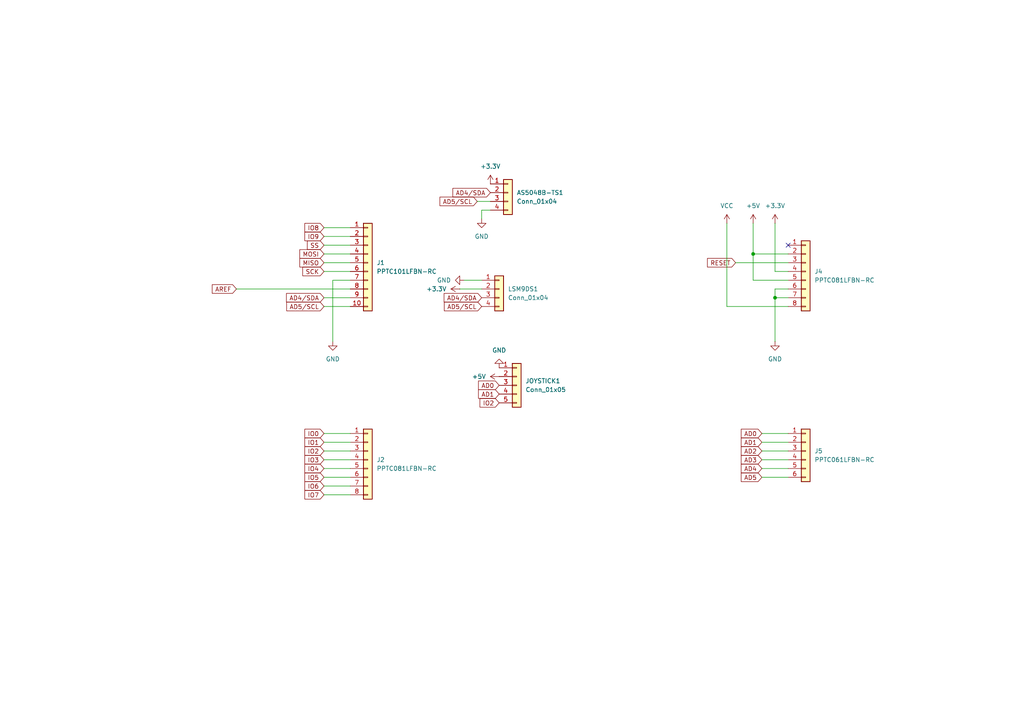
<source format=kicad_sch>
(kicad_sch
	(version 20231120)
	(generator "eeschema")
	(generator_version "8.0")
	(uuid "539cd73e-d739-4ad0-8bba-9c25b760b8f7")
	(paper "A4")
	(lib_symbols
		(symbol "Connector_Generic:Conn_01x04"
			(pin_names
				(offset 1.016) hide)
			(exclude_from_sim no)
			(in_bom yes)
			(on_board yes)
			(property "Reference" "J"
				(at 0 5.08 0)
				(effects
					(font
						(size 1.27 1.27)
					)
				)
			)
			(property "Value" "Conn_01x04"
				(at 0 -7.62 0)
				(effects
					(font
						(size 1.27 1.27)
					)
				)
			)
			(property "Footprint" ""
				(at 0 0 0)
				(effects
					(font
						(size 1.27 1.27)
					)
					(hide yes)
				)
			)
			(property "Datasheet" "~"
				(at 0 0 0)
				(effects
					(font
						(size 1.27 1.27)
					)
					(hide yes)
				)
			)
			(property "Description" "Generic connector, single row, 01x04, script generated (kicad-library-utils/schlib/autogen/connector/)"
				(at 0 0 0)
				(effects
					(font
						(size 1.27 1.27)
					)
					(hide yes)
				)
			)
			(property "ki_keywords" "connector"
				(at 0 0 0)
				(effects
					(font
						(size 1.27 1.27)
					)
					(hide yes)
				)
			)
			(property "ki_fp_filters" "Connector*:*_1x??_*"
				(at 0 0 0)
				(effects
					(font
						(size 1.27 1.27)
					)
					(hide yes)
				)
			)
			(symbol "Conn_01x04_1_1"
				(rectangle
					(start -1.27 -4.953)
					(end 0 -5.207)
					(stroke
						(width 0.1524)
						(type default)
					)
					(fill
						(type none)
					)
				)
				(rectangle
					(start -1.27 -2.413)
					(end 0 -2.667)
					(stroke
						(width 0.1524)
						(type default)
					)
					(fill
						(type none)
					)
				)
				(rectangle
					(start -1.27 0.127)
					(end 0 -0.127)
					(stroke
						(width 0.1524)
						(type default)
					)
					(fill
						(type none)
					)
				)
				(rectangle
					(start -1.27 2.667)
					(end 0 2.413)
					(stroke
						(width 0.1524)
						(type default)
					)
					(fill
						(type none)
					)
				)
				(rectangle
					(start -1.27 3.81)
					(end 1.27 -6.35)
					(stroke
						(width 0.254)
						(type default)
					)
					(fill
						(type background)
					)
				)
				(pin passive line
					(at -5.08 2.54 0)
					(length 3.81)
					(name "Pin_1"
						(effects
							(font
								(size 1.27 1.27)
							)
						)
					)
					(number "1"
						(effects
							(font
								(size 1.27 1.27)
							)
						)
					)
				)
				(pin passive line
					(at -5.08 0 0)
					(length 3.81)
					(name "Pin_2"
						(effects
							(font
								(size 1.27 1.27)
							)
						)
					)
					(number "2"
						(effects
							(font
								(size 1.27 1.27)
							)
						)
					)
				)
				(pin passive line
					(at -5.08 -2.54 0)
					(length 3.81)
					(name "Pin_3"
						(effects
							(font
								(size 1.27 1.27)
							)
						)
					)
					(number "3"
						(effects
							(font
								(size 1.27 1.27)
							)
						)
					)
				)
				(pin passive line
					(at -5.08 -5.08 0)
					(length 3.81)
					(name "Pin_4"
						(effects
							(font
								(size 1.27 1.27)
							)
						)
					)
					(number "4"
						(effects
							(font
								(size 1.27 1.27)
							)
						)
					)
				)
			)
		)
		(symbol "Connector_Generic:Conn_01x05"
			(pin_names
				(offset 1.016) hide)
			(exclude_from_sim no)
			(in_bom yes)
			(on_board yes)
			(property "Reference" "J"
				(at 0 7.62 0)
				(effects
					(font
						(size 1.27 1.27)
					)
				)
			)
			(property "Value" "Conn_01x05"
				(at 0 -7.62 0)
				(effects
					(font
						(size 1.27 1.27)
					)
				)
			)
			(property "Footprint" ""
				(at 0 0 0)
				(effects
					(font
						(size 1.27 1.27)
					)
					(hide yes)
				)
			)
			(property "Datasheet" "~"
				(at 0 0 0)
				(effects
					(font
						(size 1.27 1.27)
					)
					(hide yes)
				)
			)
			(property "Description" "Generic connector, single row, 01x05, script generated (kicad-library-utils/schlib/autogen/connector/)"
				(at 0 0 0)
				(effects
					(font
						(size 1.27 1.27)
					)
					(hide yes)
				)
			)
			(property "ki_keywords" "connector"
				(at 0 0 0)
				(effects
					(font
						(size 1.27 1.27)
					)
					(hide yes)
				)
			)
			(property "ki_fp_filters" "Connector*:*_1x??_*"
				(at 0 0 0)
				(effects
					(font
						(size 1.27 1.27)
					)
					(hide yes)
				)
			)
			(symbol "Conn_01x05_1_1"
				(rectangle
					(start -1.27 -4.953)
					(end 0 -5.207)
					(stroke
						(width 0.1524)
						(type default)
					)
					(fill
						(type none)
					)
				)
				(rectangle
					(start -1.27 -2.413)
					(end 0 -2.667)
					(stroke
						(width 0.1524)
						(type default)
					)
					(fill
						(type none)
					)
				)
				(rectangle
					(start -1.27 0.127)
					(end 0 -0.127)
					(stroke
						(width 0.1524)
						(type default)
					)
					(fill
						(type none)
					)
				)
				(rectangle
					(start -1.27 2.667)
					(end 0 2.413)
					(stroke
						(width 0.1524)
						(type default)
					)
					(fill
						(type none)
					)
				)
				(rectangle
					(start -1.27 5.207)
					(end 0 4.953)
					(stroke
						(width 0.1524)
						(type default)
					)
					(fill
						(type none)
					)
				)
				(rectangle
					(start -1.27 6.35)
					(end 1.27 -6.35)
					(stroke
						(width 0.254)
						(type default)
					)
					(fill
						(type background)
					)
				)
				(pin passive line
					(at -5.08 5.08 0)
					(length 3.81)
					(name "Pin_1"
						(effects
							(font
								(size 1.27 1.27)
							)
						)
					)
					(number "1"
						(effects
							(font
								(size 1.27 1.27)
							)
						)
					)
				)
				(pin passive line
					(at -5.08 2.54 0)
					(length 3.81)
					(name "Pin_2"
						(effects
							(font
								(size 1.27 1.27)
							)
						)
					)
					(number "2"
						(effects
							(font
								(size 1.27 1.27)
							)
						)
					)
				)
				(pin passive line
					(at -5.08 0 0)
					(length 3.81)
					(name "Pin_3"
						(effects
							(font
								(size 1.27 1.27)
							)
						)
					)
					(number "3"
						(effects
							(font
								(size 1.27 1.27)
							)
						)
					)
				)
				(pin passive line
					(at -5.08 -2.54 0)
					(length 3.81)
					(name "Pin_4"
						(effects
							(font
								(size 1.27 1.27)
							)
						)
					)
					(number "4"
						(effects
							(font
								(size 1.27 1.27)
							)
						)
					)
				)
				(pin passive line
					(at -5.08 -5.08 0)
					(length 3.81)
					(name "Pin_5"
						(effects
							(font
								(size 1.27 1.27)
							)
						)
					)
					(number "5"
						(effects
							(font
								(size 1.27 1.27)
							)
						)
					)
				)
			)
		)
		(symbol "Connector_Generic:Conn_01x06"
			(pin_names
				(offset 1.016) hide)
			(exclude_from_sim no)
			(in_bom yes)
			(on_board yes)
			(property "Reference" "J"
				(at 0 7.62 0)
				(effects
					(font
						(size 1.27 1.27)
					)
				)
			)
			(property "Value" "Conn_01x06"
				(at 0 -10.16 0)
				(effects
					(font
						(size 1.27 1.27)
					)
				)
			)
			(property "Footprint" ""
				(at 0 0 0)
				(effects
					(font
						(size 1.27 1.27)
					)
					(hide yes)
				)
			)
			(property "Datasheet" "~"
				(at 0 0 0)
				(effects
					(font
						(size 1.27 1.27)
					)
					(hide yes)
				)
			)
			(property "Description" "Generic connector, single row, 01x06, script generated (kicad-library-utils/schlib/autogen/connector/)"
				(at 0 0 0)
				(effects
					(font
						(size 1.27 1.27)
					)
					(hide yes)
				)
			)
			(property "ki_keywords" "connector"
				(at 0 0 0)
				(effects
					(font
						(size 1.27 1.27)
					)
					(hide yes)
				)
			)
			(property "ki_fp_filters" "Connector*:*_1x??_*"
				(at 0 0 0)
				(effects
					(font
						(size 1.27 1.27)
					)
					(hide yes)
				)
			)
			(symbol "Conn_01x06_1_1"
				(rectangle
					(start -1.27 -7.493)
					(end 0 -7.747)
					(stroke
						(width 0.1524)
						(type default)
					)
					(fill
						(type none)
					)
				)
				(rectangle
					(start -1.27 -4.953)
					(end 0 -5.207)
					(stroke
						(width 0.1524)
						(type default)
					)
					(fill
						(type none)
					)
				)
				(rectangle
					(start -1.27 -2.413)
					(end 0 -2.667)
					(stroke
						(width 0.1524)
						(type default)
					)
					(fill
						(type none)
					)
				)
				(rectangle
					(start -1.27 0.127)
					(end 0 -0.127)
					(stroke
						(width 0.1524)
						(type default)
					)
					(fill
						(type none)
					)
				)
				(rectangle
					(start -1.27 2.667)
					(end 0 2.413)
					(stroke
						(width 0.1524)
						(type default)
					)
					(fill
						(type none)
					)
				)
				(rectangle
					(start -1.27 5.207)
					(end 0 4.953)
					(stroke
						(width 0.1524)
						(type default)
					)
					(fill
						(type none)
					)
				)
				(rectangle
					(start -1.27 6.35)
					(end 1.27 -8.89)
					(stroke
						(width 0.254)
						(type default)
					)
					(fill
						(type background)
					)
				)
				(pin passive line
					(at -5.08 5.08 0)
					(length 3.81)
					(name "Pin_1"
						(effects
							(font
								(size 1.27 1.27)
							)
						)
					)
					(number "1"
						(effects
							(font
								(size 1.27 1.27)
							)
						)
					)
				)
				(pin passive line
					(at -5.08 2.54 0)
					(length 3.81)
					(name "Pin_2"
						(effects
							(font
								(size 1.27 1.27)
							)
						)
					)
					(number "2"
						(effects
							(font
								(size 1.27 1.27)
							)
						)
					)
				)
				(pin passive line
					(at -5.08 0 0)
					(length 3.81)
					(name "Pin_3"
						(effects
							(font
								(size 1.27 1.27)
							)
						)
					)
					(number "3"
						(effects
							(font
								(size 1.27 1.27)
							)
						)
					)
				)
				(pin passive line
					(at -5.08 -2.54 0)
					(length 3.81)
					(name "Pin_4"
						(effects
							(font
								(size 1.27 1.27)
							)
						)
					)
					(number "4"
						(effects
							(font
								(size 1.27 1.27)
							)
						)
					)
				)
				(pin passive line
					(at -5.08 -5.08 0)
					(length 3.81)
					(name "Pin_5"
						(effects
							(font
								(size 1.27 1.27)
							)
						)
					)
					(number "5"
						(effects
							(font
								(size 1.27 1.27)
							)
						)
					)
				)
				(pin passive line
					(at -5.08 -7.62 0)
					(length 3.81)
					(name "Pin_6"
						(effects
							(font
								(size 1.27 1.27)
							)
						)
					)
					(number "6"
						(effects
							(font
								(size 1.27 1.27)
							)
						)
					)
				)
			)
		)
		(symbol "Connector_Generic:Conn_01x08"
			(pin_names
				(offset 1.016) hide)
			(exclude_from_sim no)
			(in_bom yes)
			(on_board yes)
			(property "Reference" "J"
				(at 0 10.16 0)
				(effects
					(font
						(size 1.27 1.27)
					)
				)
			)
			(property "Value" "Conn_01x08"
				(at 0 -12.7 0)
				(effects
					(font
						(size 1.27 1.27)
					)
				)
			)
			(property "Footprint" ""
				(at 0 0 0)
				(effects
					(font
						(size 1.27 1.27)
					)
					(hide yes)
				)
			)
			(property "Datasheet" "~"
				(at 0 0 0)
				(effects
					(font
						(size 1.27 1.27)
					)
					(hide yes)
				)
			)
			(property "Description" "Generic connector, single row, 01x08, script generated (kicad-library-utils/schlib/autogen/connector/)"
				(at 0 0 0)
				(effects
					(font
						(size 1.27 1.27)
					)
					(hide yes)
				)
			)
			(property "ki_keywords" "connector"
				(at 0 0 0)
				(effects
					(font
						(size 1.27 1.27)
					)
					(hide yes)
				)
			)
			(property "ki_fp_filters" "Connector*:*_1x??_*"
				(at 0 0 0)
				(effects
					(font
						(size 1.27 1.27)
					)
					(hide yes)
				)
			)
			(symbol "Conn_01x08_1_1"
				(rectangle
					(start -1.27 -10.033)
					(end 0 -10.287)
					(stroke
						(width 0.1524)
						(type default)
					)
					(fill
						(type none)
					)
				)
				(rectangle
					(start -1.27 -7.493)
					(end 0 -7.747)
					(stroke
						(width 0.1524)
						(type default)
					)
					(fill
						(type none)
					)
				)
				(rectangle
					(start -1.27 -4.953)
					(end 0 -5.207)
					(stroke
						(width 0.1524)
						(type default)
					)
					(fill
						(type none)
					)
				)
				(rectangle
					(start -1.27 -2.413)
					(end 0 -2.667)
					(stroke
						(width 0.1524)
						(type default)
					)
					(fill
						(type none)
					)
				)
				(rectangle
					(start -1.27 0.127)
					(end 0 -0.127)
					(stroke
						(width 0.1524)
						(type default)
					)
					(fill
						(type none)
					)
				)
				(rectangle
					(start -1.27 2.667)
					(end 0 2.413)
					(stroke
						(width 0.1524)
						(type default)
					)
					(fill
						(type none)
					)
				)
				(rectangle
					(start -1.27 5.207)
					(end 0 4.953)
					(stroke
						(width 0.1524)
						(type default)
					)
					(fill
						(type none)
					)
				)
				(rectangle
					(start -1.27 7.747)
					(end 0 7.493)
					(stroke
						(width 0.1524)
						(type default)
					)
					(fill
						(type none)
					)
				)
				(rectangle
					(start -1.27 8.89)
					(end 1.27 -11.43)
					(stroke
						(width 0.254)
						(type default)
					)
					(fill
						(type background)
					)
				)
				(pin passive line
					(at -5.08 7.62 0)
					(length 3.81)
					(name "Pin_1"
						(effects
							(font
								(size 1.27 1.27)
							)
						)
					)
					(number "1"
						(effects
							(font
								(size 1.27 1.27)
							)
						)
					)
				)
				(pin passive line
					(at -5.08 5.08 0)
					(length 3.81)
					(name "Pin_2"
						(effects
							(font
								(size 1.27 1.27)
							)
						)
					)
					(number "2"
						(effects
							(font
								(size 1.27 1.27)
							)
						)
					)
				)
				(pin passive line
					(at -5.08 2.54 0)
					(length 3.81)
					(name "Pin_3"
						(effects
							(font
								(size 1.27 1.27)
							)
						)
					)
					(number "3"
						(effects
							(font
								(size 1.27 1.27)
							)
						)
					)
				)
				(pin passive line
					(at -5.08 0 0)
					(length 3.81)
					(name "Pin_4"
						(effects
							(font
								(size 1.27 1.27)
							)
						)
					)
					(number "4"
						(effects
							(font
								(size 1.27 1.27)
							)
						)
					)
				)
				(pin passive line
					(at -5.08 -2.54 0)
					(length 3.81)
					(name "Pin_5"
						(effects
							(font
								(size 1.27 1.27)
							)
						)
					)
					(number "5"
						(effects
							(font
								(size 1.27 1.27)
							)
						)
					)
				)
				(pin passive line
					(at -5.08 -5.08 0)
					(length 3.81)
					(name "Pin_6"
						(effects
							(font
								(size 1.27 1.27)
							)
						)
					)
					(number "6"
						(effects
							(font
								(size 1.27 1.27)
							)
						)
					)
				)
				(pin passive line
					(at -5.08 -7.62 0)
					(length 3.81)
					(name "Pin_7"
						(effects
							(font
								(size 1.27 1.27)
							)
						)
					)
					(number "7"
						(effects
							(font
								(size 1.27 1.27)
							)
						)
					)
				)
				(pin passive line
					(at -5.08 -10.16 0)
					(length 3.81)
					(name "Pin_8"
						(effects
							(font
								(size 1.27 1.27)
							)
						)
					)
					(number "8"
						(effects
							(font
								(size 1.27 1.27)
							)
						)
					)
				)
			)
		)
		(symbol "Connector_Generic:Conn_01x10"
			(pin_names
				(offset 1.016) hide)
			(exclude_from_sim no)
			(in_bom yes)
			(on_board yes)
			(property "Reference" "J"
				(at 0 12.7 0)
				(effects
					(font
						(size 1.27 1.27)
					)
				)
			)
			(property "Value" "Conn_01x10"
				(at 0 -15.24 0)
				(effects
					(font
						(size 1.27 1.27)
					)
				)
			)
			(property "Footprint" ""
				(at 0 0 0)
				(effects
					(font
						(size 1.27 1.27)
					)
					(hide yes)
				)
			)
			(property "Datasheet" "~"
				(at 0 0 0)
				(effects
					(font
						(size 1.27 1.27)
					)
					(hide yes)
				)
			)
			(property "Description" "Generic connector, single row, 01x10, script generated (kicad-library-utils/schlib/autogen/connector/)"
				(at 0 0 0)
				(effects
					(font
						(size 1.27 1.27)
					)
					(hide yes)
				)
			)
			(property "ki_keywords" "connector"
				(at 0 0 0)
				(effects
					(font
						(size 1.27 1.27)
					)
					(hide yes)
				)
			)
			(property "ki_fp_filters" "Connector*:*_1x??_*"
				(at 0 0 0)
				(effects
					(font
						(size 1.27 1.27)
					)
					(hide yes)
				)
			)
			(symbol "Conn_01x10_1_1"
				(rectangle
					(start -1.27 -12.573)
					(end 0 -12.827)
					(stroke
						(width 0.1524)
						(type default)
					)
					(fill
						(type none)
					)
				)
				(rectangle
					(start -1.27 -10.033)
					(end 0 -10.287)
					(stroke
						(width 0.1524)
						(type default)
					)
					(fill
						(type none)
					)
				)
				(rectangle
					(start -1.27 -7.493)
					(end 0 -7.747)
					(stroke
						(width 0.1524)
						(type default)
					)
					(fill
						(type none)
					)
				)
				(rectangle
					(start -1.27 -4.953)
					(end 0 -5.207)
					(stroke
						(width 0.1524)
						(type default)
					)
					(fill
						(type none)
					)
				)
				(rectangle
					(start -1.27 -2.413)
					(end 0 -2.667)
					(stroke
						(width 0.1524)
						(type default)
					)
					(fill
						(type none)
					)
				)
				(rectangle
					(start -1.27 0.127)
					(end 0 -0.127)
					(stroke
						(width 0.1524)
						(type default)
					)
					(fill
						(type none)
					)
				)
				(rectangle
					(start -1.27 2.667)
					(end 0 2.413)
					(stroke
						(width 0.1524)
						(type default)
					)
					(fill
						(type none)
					)
				)
				(rectangle
					(start -1.27 5.207)
					(end 0 4.953)
					(stroke
						(width 0.1524)
						(type default)
					)
					(fill
						(type none)
					)
				)
				(rectangle
					(start -1.27 7.747)
					(end 0 7.493)
					(stroke
						(width 0.1524)
						(type default)
					)
					(fill
						(type none)
					)
				)
				(rectangle
					(start -1.27 10.287)
					(end 0 10.033)
					(stroke
						(width 0.1524)
						(type default)
					)
					(fill
						(type none)
					)
				)
				(rectangle
					(start -1.27 11.43)
					(end 1.27 -13.97)
					(stroke
						(width 0.254)
						(type default)
					)
					(fill
						(type background)
					)
				)
				(pin passive line
					(at -5.08 10.16 0)
					(length 3.81)
					(name "Pin_1"
						(effects
							(font
								(size 1.27 1.27)
							)
						)
					)
					(number "1"
						(effects
							(font
								(size 1.27 1.27)
							)
						)
					)
				)
				(pin passive line
					(at -5.08 -12.7 0)
					(length 3.81)
					(name "Pin_10"
						(effects
							(font
								(size 1.27 1.27)
							)
						)
					)
					(number "10"
						(effects
							(font
								(size 1.27 1.27)
							)
						)
					)
				)
				(pin passive line
					(at -5.08 7.62 0)
					(length 3.81)
					(name "Pin_2"
						(effects
							(font
								(size 1.27 1.27)
							)
						)
					)
					(number "2"
						(effects
							(font
								(size 1.27 1.27)
							)
						)
					)
				)
				(pin passive line
					(at -5.08 5.08 0)
					(length 3.81)
					(name "Pin_3"
						(effects
							(font
								(size 1.27 1.27)
							)
						)
					)
					(number "3"
						(effects
							(font
								(size 1.27 1.27)
							)
						)
					)
				)
				(pin passive line
					(at -5.08 2.54 0)
					(length 3.81)
					(name "Pin_4"
						(effects
							(font
								(size 1.27 1.27)
							)
						)
					)
					(number "4"
						(effects
							(font
								(size 1.27 1.27)
							)
						)
					)
				)
				(pin passive line
					(at -5.08 0 0)
					(length 3.81)
					(name "Pin_5"
						(effects
							(font
								(size 1.27 1.27)
							)
						)
					)
					(number "5"
						(effects
							(font
								(size 1.27 1.27)
							)
						)
					)
				)
				(pin passive line
					(at -5.08 -2.54 0)
					(length 3.81)
					(name "Pin_6"
						(effects
							(font
								(size 1.27 1.27)
							)
						)
					)
					(number "6"
						(effects
							(font
								(size 1.27 1.27)
							)
						)
					)
				)
				(pin passive line
					(at -5.08 -5.08 0)
					(length 3.81)
					(name "Pin_7"
						(effects
							(font
								(size 1.27 1.27)
							)
						)
					)
					(number "7"
						(effects
							(font
								(size 1.27 1.27)
							)
						)
					)
				)
				(pin passive line
					(at -5.08 -7.62 0)
					(length 3.81)
					(name "Pin_8"
						(effects
							(font
								(size 1.27 1.27)
							)
						)
					)
					(number "8"
						(effects
							(font
								(size 1.27 1.27)
							)
						)
					)
				)
				(pin passive line
					(at -5.08 -10.16 0)
					(length 3.81)
					(name "Pin_9"
						(effects
							(font
								(size 1.27 1.27)
							)
						)
					)
					(number "9"
						(effects
							(font
								(size 1.27 1.27)
							)
						)
					)
				)
			)
		)
		(symbol "power:+3.3V"
			(power)
			(pin_numbers hide)
			(pin_names
				(offset 0) hide)
			(exclude_from_sim no)
			(in_bom yes)
			(on_board yes)
			(property "Reference" "#PWR"
				(at 0 -3.81 0)
				(effects
					(font
						(size 1.27 1.27)
					)
					(hide yes)
				)
			)
			(property "Value" "+3.3V"
				(at 0 3.556 0)
				(effects
					(font
						(size 1.27 1.27)
					)
				)
			)
			(property "Footprint" ""
				(at 0 0 0)
				(effects
					(font
						(size 1.27 1.27)
					)
					(hide yes)
				)
			)
			(property "Datasheet" ""
				(at 0 0 0)
				(effects
					(font
						(size 1.27 1.27)
					)
					(hide yes)
				)
			)
			(property "Description" "Power symbol creates a global label with name \"+3.3V\""
				(at 0 0 0)
				(effects
					(font
						(size 1.27 1.27)
					)
					(hide yes)
				)
			)
			(property "ki_keywords" "global power"
				(at 0 0 0)
				(effects
					(font
						(size 1.27 1.27)
					)
					(hide yes)
				)
			)
			(symbol "+3.3V_0_1"
				(polyline
					(pts
						(xy -0.762 1.27) (xy 0 2.54)
					)
					(stroke
						(width 0)
						(type default)
					)
					(fill
						(type none)
					)
				)
				(polyline
					(pts
						(xy 0 0) (xy 0 2.54)
					)
					(stroke
						(width 0)
						(type default)
					)
					(fill
						(type none)
					)
				)
				(polyline
					(pts
						(xy 0 2.54) (xy 0.762 1.27)
					)
					(stroke
						(width 0)
						(type default)
					)
					(fill
						(type none)
					)
				)
			)
			(symbol "+3.3V_1_1"
				(pin power_in line
					(at 0 0 90)
					(length 0)
					(name "~"
						(effects
							(font
								(size 1.27 1.27)
							)
						)
					)
					(number "1"
						(effects
							(font
								(size 1.27 1.27)
							)
						)
					)
				)
			)
		)
		(symbol "power:+5V"
			(power)
			(pin_numbers hide)
			(pin_names
				(offset 0) hide)
			(exclude_from_sim no)
			(in_bom yes)
			(on_board yes)
			(property "Reference" "#PWR"
				(at 0 -3.81 0)
				(effects
					(font
						(size 1.27 1.27)
					)
					(hide yes)
				)
			)
			(property "Value" "+5V"
				(at 0 3.556 0)
				(effects
					(font
						(size 1.27 1.27)
					)
				)
			)
			(property "Footprint" ""
				(at 0 0 0)
				(effects
					(font
						(size 1.27 1.27)
					)
					(hide yes)
				)
			)
			(property "Datasheet" ""
				(at 0 0 0)
				(effects
					(font
						(size 1.27 1.27)
					)
					(hide yes)
				)
			)
			(property "Description" "Power symbol creates a global label with name \"+5V\""
				(at 0 0 0)
				(effects
					(font
						(size 1.27 1.27)
					)
					(hide yes)
				)
			)
			(property "ki_keywords" "global power"
				(at 0 0 0)
				(effects
					(font
						(size 1.27 1.27)
					)
					(hide yes)
				)
			)
			(symbol "+5V_0_1"
				(polyline
					(pts
						(xy -0.762 1.27) (xy 0 2.54)
					)
					(stroke
						(width 0)
						(type default)
					)
					(fill
						(type none)
					)
				)
				(polyline
					(pts
						(xy 0 0) (xy 0 2.54)
					)
					(stroke
						(width 0)
						(type default)
					)
					(fill
						(type none)
					)
				)
				(polyline
					(pts
						(xy 0 2.54) (xy 0.762 1.27)
					)
					(stroke
						(width 0)
						(type default)
					)
					(fill
						(type none)
					)
				)
			)
			(symbol "+5V_1_1"
				(pin power_in line
					(at 0 0 90)
					(length 0)
					(name "~"
						(effects
							(font
								(size 1.27 1.27)
							)
						)
					)
					(number "1"
						(effects
							(font
								(size 1.27 1.27)
							)
						)
					)
				)
			)
		)
		(symbol "power:GND"
			(power)
			(pin_numbers hide)
			(pin_names
				(offset 0) hide)
			(exclude_from_sim no)
			(in_bom yes)
			(on_board yes)
			(property "Reference" "#PWR"
				(at 0 -6.35 0)
				(effects
					(font
						(size 1.27 1.27)
					)
					(hide yes)
				)
			)
			(property "Value" "GND"
				(at 0 -3.81 0)
				(effects
					(font
						(size 1.27 1.27)
					)
				)
			)
			(property "Footprint" ""
				(at 0 0 0)
				(effects
					(font
						(size 1.27 1.27)
					)
					(hide yes)
				)
			)
			(property "Datasheet" ""
				(at 0 0 0)
				(effects
					(font
						(size 1.27 1.27)
					)
					(hide yes)
				)
			)
			(property "Description" "Power symbol creates a global label with name \"GND\" , ground"
				(at 0 0 0)
				(effects
					(font
						(size 1.27 1.27)
					)
					(hide yes)
				)
			)
			(property "ki_keywords" "global power"
				(at 0 0 0)
				(effects
					(font
						(size 1.27 1.27)
					)
					(hide yes)
				)
			)
			(symbol "GND_0_1"
				(polyline
					(pts
						(xy 0 0) (xy 0 -1.27) (xy 1.27 -1.27) (xy 0 -2.54) (xy -1.27 -1.27) (xy 0 -1.27)
					)
					(stroke
						(width 0)
						(type default)
					)
					(fill
						(type none)
					)
				)
			)
			(symbol "GND_1_1"
				(pin power_in line
					(at 0 0 270)
					(length 0)
					(name "~"
						(effects
							(font
								(size 1.27 1.27)
							)
						)
					)
					(number "1"
						(effects
							(font
								(size 1.27 1.27)
							)
						)
					)
				)
			)
		)
		(symbol "power:VCC"
			(power)
			(pin_numbers hide)
			(pin_names
				(offset 0) hide)
			(exclude_from_sim no)
			(in_bom yes)
			(on_board yes)
			(property "Reference" "#PWR"
				(at 0 -3.81 0)
				(effects
					(font
						(size 1.27 1.27)
					)
					(hide yes)
				)
			)
			(property "Value" "VCC"
				(at 0 3.556 0)
				(effects
					(font
						(size 1.27 1.27)
					)
				)
			)
			(property "Footprint" ""
				(at 0 0 0)
				(effects
					(font
						(size 1.27 1.27)
					)
					(hide yes)
				)
			)
			(property "Datasheet" ""
				(at 0 0 0)
				(effects
					(font
						(size 1.27 1.27)
					)
					(hide yes)
				)
			)
			(property "Description" "Power symbol creates a global label with name \"VCC\""
				(at 0 0 0)
				(effects
					(font
						(size 1.27 1.27)
					)
					(hide yes)
				)
			)
			(property "ki_keywords" "global power"
				(at 0 0 0)
				(effects
					(font
						(size 1.27 1.27)
					)
					(hide yes)
				)
			)
			(symbol "VCC_0_1"
				(polyline
					(pts
						(xy -0.762 1.27) (xy 0 2.54)
					)
					(stroke
						(width 0)
						(type default)
					)
					(fill
						(type none)
					)
				)
				(polyline
					(pts
						(xy 0 0) (xy 0 2.54)
					)
					(stroke
						(width 0)
						(type default)
					)
					(fill
						(type none)
					)
				)
				(polyline
					(pts
						(xy 0 2.54) (xy 0.762 1.27)
					)
					(stroke
						(width 0)
						(type default)
					)
					(fill
						(type none)
					)
				)
			)
			(symbol "VCC_1_1"
				(pin power_in line
					(at 0 0 90)
					(length 0)
					(name "~"
						(effects
							(font
								(size 1.27 1.27)
							)
						)
					)
					(number "1"
						(effects
							(font
								(size 1.27 1.27)
							)
						)
					)
				)
			)
		)
	)
	(junction
		(at 224.79 86.36)
		(diameter 0)
		(color 0 0 0 0)
		(uuid "a0cecb9b-ba26-4cee-a2d2-afc447f3555b")
	)
	(junction
		(at 218.44 73.66)
		(diameter 0)
		(color 0 0 0 0)
		(uuid "dfa3d9e9-a6fc-4a9e-9f3b-ea72372fad04")
	)
	(no_connect
		(at 228.6 71.12)
		(uuid "4092eb77-db79-4d08-bb10-0718283d1601")
	)
	(wire
		(pts
			(xy 224.79 86.36) (xy 228.6 86.36)
		)
		(stroke
			(width 0)
			(type default)
		)
		(uuid "04dfcde4-1912-4573-a4ba-e66cae34208c")
	)
	(wire
		(pts
			(xy 218.44 64.77) (xy 218.44 73.66)
		)
		(stroke
			(width 0)
			(type default)
		)
		(uuid "058df0f8-09a0-4c9e-8b57-406824c3eee0")
	)
	(wire
		(pts
			(xy 134.62 81.28) (xy 139.7 81.28)
		)
		(stroke
			(width 0)
			(type default)
		)
		(uuid "06851e9b-611d-4e4c-9133-e0362ac7c23e")
	)
	(wire
		(pts
			(xy 93.98 73.66) (xy 101.6 73.66)
		)
		(stroke
			(width 0)
			(type default)
		)
		(uuid "104a3b79-7e3f-4271-a821-c9b18bd87250")
	)
	(wire
		(pts
			(xy 220.98 138.43) (xy 228.6 138.43)
		)
		(stroke
			(width 0)
			(type default)
		)
		(uuid "1e06964b-2821-4aca-a17a-5e205944ce62")
	)
	(wire
		(pts
			(xy 93.98 130.81) (xy 101.6 130.81)
		)
		(stroke
			(width 0)
			(type default)
		)
		(uuid "30455824-38e6-422d-ab02-4779ebc65d95")
	)
	(wire
		(pts
			(xy 220.98 135.89) (xy 228.6 135.89)
		)
		(stroke
			(width 0)
			(type default)
		)
		(uuid "31cc98cc-87c3-4302-bd7a-e735762aa68e")
	)
	(wire
		(pts
			(xy 93.98 125.73) (xy 101.6 125.73)
		)
		(stroke
			(width 0)
			(type default)
		)
		(uuid "32d32583-d869-4bd1-9cae-516a5145f829")
	)
	(wire
		(pts
			(xy 93.98 140.97) (xy 101.6 140.97)
		)
		(stroke
			(width 0)
			(type default)
		)
		(uuid "353df761-ffdc-4080-8d01-cb36a23216e0")
	)
	(wire
		(pts
			(xy 220.98 125.73) (xy 228.6 125.73)
		)
		(stroke
			(width 0)
			(type default)
		)
		(uuid "3ac838af-389c-4228-b61d-9a888beccae7")
	)
	(wire
		(pts
			(xy 93.98 78.74) (xy 101.6 78.74)
		)
		(stroke
			(width 0)
			(type default)
		)
		(uuid "3e82e241-cc16-4114-955f-412e27a7b9a0")
	)
	(wire
		(pts
			(xy 210.82 64.77) (xy 210.82 88.9)
		)
		(stroke
			(width 0)
			(type default)
		)
		(uuid "3fad6677-810f-4a85-8e0a-d1f6ed34634e")
	)
	(wire
		(pts
			(xy 220.98 130.81) (xy 228.6 130.81)
		)
		(stroke
			(width 0)
			(type default)
		)
		(uuid "41bddbc2-6e90-4397-af7e-25ce18f24129")
	)
	(wire
		(pts
			(xy 228.6 81.28) (xy 218.44 81.28)
		)
		(stroke
			(width 0)
			(type default)
		)
		(uuid "43157710-1d51-467c-9bc2-ee5a68cd52bc")
	)
	(wire
		(pts
			(xy 218.44 73.66) (xy 228.6 73.66)
		)
		(stroke
			(width 0)
			(type default)
		)
		(uuid "444bd902-bfd2-4cbf-a79b-da3122768d78")
	)
	(wire
		(pts
			(xy 218.44 81.28) (xy 218.44 73.66)
		)
		(stroke
			(width 0)
			(type default)
		)
		(uuid "4b95222b-5159-4ad9-a965-05dc79b0ea7c")
	)
	(wire
		(pts
			(xy 138.43 58.42) (xy 142.24 58.42)
		)
		(stroke
			(width 0)
			(type default)
		)
		(uuid "50ff75ce-38ca-48df-ad06-f6c7f00e7061")
	)
	(wire
		(pts
			(xy 93.98 143.51) (xy 101.6 143.51)
		)
		(stroke
			(width 0)
			(type default)
		)
		(uuid "52703bd3-7620-4963-ba5b-3df880a4ba2c")
	)
	(wire
		(pts
			(xy 93.98 71.12) (xy 101.6 71.12)
		)
		(stroke
			(width 0)
			(type default)
		)
		(uuid "5848d526-64c4-484c-9692-f38548d61f0c")
	)
	(wire
		(pts
			(xy 93.98 133.35) (xy 101.6 133.35)
		)
		(stroke
			(width 0)
			(type default)
		)
		(uuid "58d4c85e-98de-4a1b-b139-2a3e15f65446")
	)
	(wire
		(pts
			(xy 133.35 83.82) (xy 139.7 83.82)
		)
		(stroke
			(width 0)
			(type default)
		)
		(uuid "667c464b-cc10-4bb5-a498-93a61337eb19")
	)
	(wire
		(pts
			(xy 93.98 138.43) (xy 101.6 138.43)
		)
		(stroke
			(width 0)
			(type default)
		)
		(uuid "6cbd21c2-93ef-44cc-ba0a-3e84ad379aa3")
	)
	(wire
		(pts
			(xy 139.7 60.96) (xy 139.7 63.5)
		)
		(stroke
			(width 0)
			(type default)
		)
		(uuid "77d29a62-ab08-4800-bc36-706cf6eff561")
	)
	(wire
		(pts
			(xy 96.52 81.28) (xy 101.6 81.28)
		)
		(stroke
			(width 0)
			(type default)
		)
		(uuid "7ad16540-bab9-49c2-aadf-f8fd1bbdc033")
	)
	(wire
		(pts
			(xy 68.58 83.82) (xy 101.6 83.82)
		)
		(stroke
			(width 0)
			(type default)
		)
		(uuid "8b33906f-a8ec-442b-9dc1-2da3570c0030")
	)
	(wire
		(pts
			(xy 224.79 86.36) (xy 224.79 83.82)
		)
		(stroke
			(width 0)
			(type default)
		)
		(uuid "90855977-7da6-4519-a086-2b027e7b28d6")
	)
	(wire
		(pts
			(xy 93.98 68.58) (xy 101.6 68.58)
		)
		(stroke
			(width 0)
			(type default)
		)
		(uuid "945714a4-5973-4261-a39a-c85944206bf2")
	)
	(wire
		(pts
			(xy 93.98 86.36) (xy 101.6 86.36)
		)
		(stroke
			(width 0)
			(type default)
		)
		(uuid "adb65c12-ded3-45aa-91b9-aadf67568766")
	)
	(wire
		(pts
			(xy 142.24 60.96) (xy 139.7 60.96)
		)
		(stroke
			(width 0)
			(type default)
		)
		(uuid "b0273ba3-0a56-4423-82e4-8df696134bd8")
	)
	(wire
		(pts
			(xy 213.36 76.2) (xy 228.6 76.2)
		)
		(stroke
			(width 0)
			(type default)
		)
		(uuid "b93bc77a-63af-4b74-ad06-774d11b778a9")
	)
	(wire
		(pts
			(xy 96.52 81.28) (xy 96.52 99.06)
		)
		(stroke
			(width 0)
			(type default)
		)
		(uuid "c051345f-59c3-465c-9459-eac2751eef7b")
	)
	(wire
		(pts
			(xy 224.79 99.06) (xy 224.79 86.36)
		)
		(stroke
			(width 0)
			(type default)
		)
		(uuid "c4450537-63df-4295-8307-1f53dfb87626")
	)
	(wire
		(pts
			(xy 93.98 88.9) (xy 101.6 88.9)
		)
		(stroke
			(width 0)
			(type default)
		)
		(uuid "c99c431b-5997-4bb3-ba58-ef912eb20769")
	)
	(wire
		(pts
			(xy 93.98 128.27) (xy 101.6 128.27)
		)
		(stroke
			(width 0)
			(type default)
		)
		(uuid "cb943eba-36b4-4b54-b8fa-145379b7d861")
	)
	(wire
		(pts
			(xy 210.82 88.9) (xy 228.6 88.9)
		)
		(stroke
			(width 0)
			(type default)
		)
		(uuid "d68dc1d5-9d43-422f-88c7-4f6b2d5fe245")
	)
	(wire
		(pts
			(xy 93.98 135.89) (xy 101.6 135.89)
		)
		(stroke
			(width 0)
			(type default)
		)
		(uuid "d86adcce-193d-47a9-b799-4d7a0b3bd653")
	)
	(wire
		(pts
			(xy 93.98 66.04) (xy 101.6 66.04)
		)
		(stroke
			(width 0)
			(type default)
		)
		(uuid "dafaae79-5fdb-4a4b-b25d-ac0ecfa5d5ad")
	)
	(wire
		(pts
			(xy 224.79 78.74) (xy 228.6 78.74)
		)
		(stroke
			(width 0)
			(type default)
		)
		(uuid "de129955-9ebb-4c5c-94e6-565c97d76aaa")
	)
	(wire
		(pts
			(xy 224.79 83.82) (xy 228.6 83.82)
		)
		(stroke
			(width 0)
			(type default)
		)
		(uuid "e72782e1-deb7-442c-b88c-4501313f8270")
	)
	(wire
		(pts
			(xy 93.98 76.2) (xy 101.6 76.2)
		)
		(stroke
			(width 0)
			(type default)
		)
		(uuid "e824191f-b35c-4c0c-86ff-4d8ad6f37abd")
	)
	(wire
		(pts
			(xy 220.98 133.35) (xy 228.6 133.35)
		)
		(stroke
			(width 0)
			(type default)
		)
		(uuid "e916401a-0cba-429a-855e-461062b0d601")
	)
	(wire
		(pts
			(xy 220.98 128.27) (xy 228.6 128.27)
		)
		(stroke
			(width 0)
			(type default)
		)
		(uuid "edf32ddc-0cc1-4647-b8c1-1e9d3b63eca2")
	)
	(wire
		(pts
			(xy 224.79 64.77) (xy 224.79 78.74)
		)
		(stroke
			(width 0)
			(type default)
		)
		(uuid "f1dd4099-bfc7-49a3-8f64-2cebd038db0e")
	)
	(global_label "IO7"
		(shape input)
		(at 93.98 143.51 180)
		(fields_autoplaced yes)
		(effects
			(font
				(size 1.27 1.27)
			)
			(justify right)
		)
		(uuid "24e961d9-b1eb-4c98-bed8-50107ec04d9f")
		(property "Intersheetrefs" "${INTERSHEET_REFS}"
			(at 87.85 143.51 0)
			(effects
				(font
					(size 1.27 1.27)
				)
				(justify right)
				(hide yes)
			)
		)
	)
	(global_label "AREF"
		(shape input)
		(at 68.58 83.82 180)
		(fields_autoplaced yes)
		(effects
			(font
				(size 1.27 1.27)
			)
			(justify right)
		)
		(uuid "41aabe78-a938-4b34-bc1a-220fd8613b1f")
		(property "Intersheetrefs" "${INTERSHEET_REFS}"
			(at 60.9986 83.82 0)
			(effects
				(font
					(size 1.27 1.27)
				)
				(justify right)
				(hide yes)
			)
		)
	)
	(global_label "RESET"
		(shape input)
		(at 213.36 76.2 180)
		(fields_autoplaced yes)
		(effects
			(font
				(size 1.27 1.27)
			)
			(justify right)
		)
		(uuid "44faa8d1-20cf-49b4-8f29-f17f53abe6bf")
		(property "Intersheetrefs" "${INTERSHEET_REFS}"
			(at 204.6297 76.2 0)
			(effects
				(font
					(size 1.27 1.27)
				)
				(justify right)
				(hide yes)
			)
		)
	)
	(global_label "AD2"
		(shape input)
		(at 220.98 130.81 180)
		(fields_autoplaced yes)
		(effects
			(font
				(size 1.27 1.27)
			)
			(justify right)
		)
		(uuid "5b63e76a-ebde-45c3-b3f2-f81dd71ec15c")
		(property "Intersheetrefs" "${INTERSHEET_REFS}"
			(at 214.4267 130.81 0)
			(effects
				(font
					(size 1.27 1.27)
				)
				(justify right)
				(hide yes)
			)
		)
	)
	(global_label "IO1"
		(shape input)
		(at 93.98 128.27 180)
		(fields_autoplaced yes)
		(effects
			(font
				(size 1.27 1.27)
			)
			(justify right)
		)
		(uuid "621197bf-16d7-4ee2-bdcf-029f24409115")
		(property "Intersheetrefs" "${INTERSHEET_REFS}"
			(at 87.85 128.27 0)
			(effects
				(font
					(size 1.27 1.27)
				)
				(justify right)
				(hide yes)
			)
		)
	)
	(global_label "AD0"
		(shape input)
		(at 144.78 111.76 180)
		(fields_autoplaced yes)
		(effects
			(font
				(size 1.27 1.27)
			)
			(justify right)
		)
		(uuid "62d8d53f-f001-40d3-8a4d-97884f971cab")
		(property "Intersheetrefs" "${INTERSHEET_REFS}"
			(at 138.2267 111.76 0)
			(effects
				(font
					(size 1.27 1.27)
				)
				(justify right)
				(hide yes)
			)
		)
	)
	(global_label "AD3"
		(shape input)
		(at 220.98 133.35 180)
		(fields_autoplaced yes)
		(effects
			(font
				(size 1.27 1.27)
			)
			(justify right)
		)
		(uuid "6745d190-1903-4ff2-93be-d0bd076638d4")
		(property "Intersheetrefs" "${INTERSHEET_REFS}"
			(at 214.4267 133.35 0)
			(effects
				(font
					(size 1.27 1.27)
				)
				(justify right)
				(hide yes)
			)
		)
	)
	(global_label "AD5{slash}SCL"
		(shape input)
		(at 138.43 58.42 180)
		(fields_autoplaced yes)
		(effects
			(font
				(size 1.27 1.27)
			)
			(justify right)
		)
		(uuid "6eaba45e-d94e-41f3-8d0d-7fde1dc24267")
		(property "Intersheetrefs" "${INTERSHEET_REFS}"
			(at 127.0386 58.42 0)
			(effects
				(font
					(size 1.27 1.27)
				)
				(justify right)
				(hide yes)
			)
		)
	)
	(global_label "AD1"
		(shape input)
		(at 144.78 114.3 180)
		(fields_autoplaced yes)
		(effects
			(font
				(size 1.27 1.27)
			)
			(justify right)
		)
		(uuid "734a1de3-006d-4521-b5de-e97477164a84")
		(property "Intersheetrefs" "${INTERSHEET_REFS}"
			(at 138.2267 114.3 0)
			(effects
				(font
					(size 1.27 1.27)
				)
				(justify right)
				(hide yes)
			)
		)
	)
	(global_label "MISO"
		(shape input)
		(at 93.98 76.2 180)
		(fields_autoplaced yes)
		(effects
			(font
				(size 1.27 1.27)
			)
			(justify right)
		)
		(uuid "840e6e93-4f79-48c1-b18a-f31553d744bb")
		(property "Intersheetrefs" "${INTERSHEET_REFS}"
			(at 86.3986 76.2 0)
			(effects
				(font
					(size 1.27 1.27)
				)
				(justify right)
				(hide yes)
			)
		)
	)
	(global_label "IO2"
		(shape input)
		(at 93.98 130.81 180)
		(fields_autoplaced yes)
		(effects
			(font
				(size 1.27 1.27)
			)
			(justify right)
		)
		(uuid "909c328d-cb90-452b-9624-2abc2f9450df")
		(property "Intersheetrefs" "${INTERSHEET_REFS}"
			(at 87.85 130.81 0)
			(effects
				(font
					(size 1.27 1.27)
				)
				(justify right)
				(hide yes)
			)
		)
	)
	(global_label "IO9"
		(shape input)
		(at 93.98 68.58 180)
		(fields_autoplaced yes)
		(effects
			(font
				(size 1.27 1.27)
			)
			(justify right)
		)
		(uuid "944bad27-b3bc-45a9-992c-bde171f92aec")
		(property "Intersheetrefs" "${INTERSHEET_REFS}"
			(at 87.85 68.58 0)
			(effects
				(font
					(size 1.27 1.27)
				)
				(justify right)
				(hide yes)
			)
		)
	)
	(global_label "IO5"
		(shape input)
		(at 93.98 138.43 180)
		(fields_autoplaced yes)
		(effects
			(font
				(size 1.27 1.27)
			)
			(justify right)
		)
		(uuid "99b7a120-9fca-4d60-b21c-97cd05278b40")
		(property "Intersheetrefs" "${INTERSHEET_REFS}"
			(at 87.85 138.43 0)
			(effects
				(font
					(size 1.27 1.27)
				)
				(justify right)
				(hide yes)
			)
		)
	)
	(global_label "AD4{slash}SDA"
		(shape input)
		(at 93.98 86.36 180)
		(fields_autoplaced yes)
		(effects
			(font
				(size 1.27 1.27)
			)
			(justify right)
		)
		(uuid "abbc09c0-601a-40f7-a274-5c2a3ef0b955")
		(property "Intersheetrefs" "${INTERSHEET_REFS}"
			(at 82.5281 86.36 0)
			(effects
				(font
					(size 1.27 1.27)
				)
				(justify right)
				(hide yes)
			)
		)
	)
	(global_label "IO8"
		(shape input)
		(at 93.98 66.04 180)
		(fields_autoplaced yes)
		(effects
			(font
				(size 1.27 1.27)
			)
			(justify right)
		)
		(uuid "b22c9645-c08f-4c40-98c4-72d61cb7fb1c")
		(property "Intersheetrefs" "${INTERSHEET_REFS}"
			(at 87.85 66.04 0)
			(effects
				(font
					(size 1.27 1.27)
				)
				(justify right)
				(hide yes)
			)
		)
	)
	(global_label "IO2"
		(shape input)
		(at 144.78 116.84 180)
		(fields_autoplaced yes)
		(effects
			(font
				(size 1.27 1.27)
			)
			(justify right)
		)
		(uuid "b5abdd88-4ee0-4117-8a7a-05112d2d5581")
		(property "Intersheetrefs" "${INTERSHEET_REFS}"
			(at 138.65 116.84 0)
			(effects
				(font
					(size 1.27 1.27)
				)
				(justify right)
				(hide yes)
			)
		)
	)
	(global_label "AD5{slash}SCL"
		(shape input)
		(at 93.98 88.9 180)
		(fields_autoplaced yes)
		(effects
			(font
				(size 1.27 1.27)
			)
			(justify right)
		)
		(uuid "bcf59b52-2aaa-456e-bbf6-2c9f3a941a16")
		(property "Intersheetrefs" "${INTERSHEET_REFS}"
			(at 82.5886 88.9 0)
			(effects
				(font
					(size 1.27 1.27)
				)
				(justify right)
				(hide yes)
			)
		)
	)
	(global_label "IO4"
		(shape input)
		(at 93.98 135.89 180)
		(fields_autoplaced yes)
		(effects
			(font
				(size 1.27 1.27)
			)
			(justify right)
		)
		(uuid "c073a94a-147a-4ca6-9f1d-3bf12c67f9c3")
		(property "Intersheetrefs" "${INTERSHEET_REFS}"
			(at 87.85 135.89 0)
			(effects
				(font
					(size 1.27 1.27)
				)
				(justify right)
				(hide yes)
			)
		)
	)
	(global_label "SS"
		(shape input)
		(at 93.98 71.12 180)
		(fields_autoplaced yes)
		(effects
			(font
				(size 1.27 1.27)
			)
			(justify right)
		)
		(uuid "c23808e8-de18-4fe4-abaa-9d146f26eb30")
		(property "Intersheetrefs" "${INTERSHEET_REFS}"
			(at 88.5758 71.12 0)
			(effects
				(font
					(size 1.27 1.27)
				)
				(justify right)
				(hide yes)
			)
		)
	)
	(global_label "AD5"
		(shape input)
		(at 220.98 138.43 180)
		(fields_autoplaced yes)
		(effects
			(font
				(size 1.27 1.27)
			)
			(justify right)
		)
		(uuid "c60ce75f-ac2a-444d-9332-8079695796d1")
		(property "Intersheetrefs" "${INTERSHEET_REFS}"
			(at 214.4267 138.43 0)
			(effects
				(font
					(size 1.27 1.27)
				)
				(justify right)
				(hide yes)
			)
		)
	)
	(global_label "SCK"
		(shape input)
		(at 93.98 78.74 180)
		(fields_autoplaced yes)
		(effects
			(font
				(size 1.27 1.27)
			)
			(justify right)
		)
		(uuid "c96bbbe7-b869-41a7-b599-35c2126d7453")
		(property "Intersheetrefs" "${INTERSHEET_REFS}"
			(at 87.2453 78.74 0)
			(effects
				(font
					(size 1.27 1.27)
				)
				(justify right)
				(hide yes)
			)
		)
	)
	(global_label "IO0"
		(shape input)
		(at 93.98 125.73 180)
		(fields_autoplaced yes)
		(effects
			(font
				(size 1.27 1.27)
			)
			(justify right)
		)
		(uuid "cae4c37d-29d6-4291-a362-362df34f8598")
		(property "Intersheetrefs" "${INTERSHEET_REFS}"
			(at 87.85 125.73 0)
			(effects
				(font
					(size 1.27 1.27)
				)
				(justify right)
				(hide yes)
			)
		)
	)
	(global_label "AD4"
		(shape input)
		(at 220.98 135.89 180)
		(fields_autoplaced yes)
		(effects
			(font
				(size 1.27 1.27)
			)
			(justify right)
		)
		(uuid "cbc5b584-e3e6-47cf-a187-ee650b56634d")
		(property "Intersheetrefs" "${INTERSHEET_REFS}"
			(at 214.4267 135.89 0)
			(effects
				(font
					(size 1.27 1.27)
				)
				(justify right)
				(hide yes)
			)
		)
	)
	(global_label "AD4{slash}SDA"
		(shape input)
		(at 142.24 55.88 180)
		(fields_autoplaced yes)
		(effects
			(font
				(size 1.27 1.27)
			)
			(justify right)
		)
		(uuid "d021ac9e-d342-4a22-9f6e-b339bb618752")
		(property "Intersheetrefs" "${INTERSHEET_REFS}"
			(at 130.7881 55.88 0)
			(effects
				(font
					(size 1.27 1.27)
				)
				(justify right)
				(hide yes)
			)
		)
	)
	(global_label "AD0"
		(shape input)
		(at 220.98 125.73 180)
		(fields_autoplaced yes)
		(effects
			(font
				(size 1.27 1.27)
			)
			(justify right)
		)
		(uuid "d14228a4-b373-4c0c-abb3-48af55899e77")
		(property "Intersheetrefs" "${INTERSHEET_REFS}"
			(at 214.4267 125.73 0)
			(effects
				(font
					(size 1.27 1.27)
				)
				(justify right)
				(hide yes)
			)
		)
	)
	(global_label "AD4{slash}SDA"
		(shape input)
		(at 139.7 86.36 180)
		(fields_autoplaced yes)
		(effects
			(font
				(size 1.27 1.27)
			)
			(justify right)
		)
		(uuid "e22899eb-d4ce-4e7c-bcfb-999edce9773e")
		(property "Intersheetrefs" "${INTERSHEET_REFS}"
			(at 128.2481 86.36 0)
			(effects
				(font
					(size 1.27 1.27)
				)
				(justify right)
				(hide yes)
			)
		)
	)
	(global_label "AD5{slash}SCL"
		(shape input)
		(at 139.7 88.9 180)
		(fields_autoplaced yes)
		(effects
			(font
				(size 1.27 1.27)
			)
			(justify right)
		)
		(uuid "e66837df-f73d-4918-9abc-0f9739a3bd74")
		(property "Intersheetrefs" "${INTERSHEET_REFS}"
			(at 128.3086 88.9 0)
			(effects
				(font
					(size 1.27 1.27)
				)
				(justify right)
				(hide yes)
			)
		)
	)
	(global_label "MOSI"
		(shape input)
		(at 93.98 73.66 180)
		(fields_autoplaced yes)
		(effects
			(font
				(size 1.27 1.27)
			)
			(justify right)
		)
		(uuid "f5cc8121-19d1-4d11-8537-78a4a3044b9b")
		(property "Intersheetrefs" "${INTERSHEET_REFS}"
			(at 86.3986 73.66 0)
			(effects
				(font
					(size 1.27 1.27)
				)
				(justify right)
				(hide yes)
			)
		)
	)
	(global_label "IO6"
		(shape input)
		(at 93.98 140.97 180)
		(fields_autoplaced yes)
		(effects
			(font
				(size 1.27 1.27)
			)
			(justify right)
		)
		(uuid "f6c01237-abfa-494d-a97a-df8ca7af5a0f")
		(property "Intersheetrefs" "${INTERSHEET_REFS}"
			(at 87.85 140.97 0)
			(effects
				(font
					(size 1.27 1.27)
				)
				(justify right)
				(hide yes)
			)
		)
	)
	(global_label "IO3"
		(shape input)
		(at 93.98 133.35 180)
		(fields_autoplaced yes)
		(effects
			(font
				(size 1.27 1.27)
			)
			(justify right)
		)
		(uuid "fc868132-41b6-4388-a2eb-f3a16fea49e9")
		(property "Intersheetrefs" "${INTERSHEET_REFS}"
			(at 87.85 133.35 0)
			(effects
				(font
					(size 1.27 1.27)
				)
				(justify right)
				(hide yes)
			)
		)
	)
	(global_label "AD1"
		(shape input)
		(at 220.98 128.27 180)
		(fields_autoplaced yes)
		(effects
			(font
				(size 1.27 1.27)
			)
			(justify right)
		)
		(uuid "fe3c4ff6-2cb5-41a1-972e-9b4dd0f0b3df")
		(property "Intersheetrefs" "${INTERSHEET_REFS}"
			(at 214.4267 128.27 0)
			(effects
				(font
					(size 1.27 1.27)
				)
				(justify right)
				(hide yes)
			)
		)
	)
	(symbol
		(lib_id "power:GND")
		(at 134.62 81.28 270)
		(unit 1)
		(exclude_from_sim no)
		(in_bom yes)
		(on_board yes)
		(dnp no)
		(fields_autoplaced yes)
		(uuid "031ba921-95bb-4a58-ad2f-133b0d04f258")
		(property "Reference" "#PWR04"
			(at 128.27 81.28 0)
			(effects
				(font
					(size 1.27 1.27)
				)
				(hide yes)
			)
		)
		(property "Value" "GND"
			(at 130.81 81.2799 90)
			(effects
				(font
					(size 1.27 1.27)
				)
				(justify right)
			)
		)
		(property "Footprint" ""
			(at 134.62 81.28 0)
			(effects
				(font
					(size 1.27 1.27)
				)
				(hide yes)
			)
		)
		(property "Datasheet" ""
			(at 134.62 81.28 0)
			(effects
				(font
					(size 1.27 1.27)
				)
				(hide yes)
			)
		)
		(property "Description" "Power symbol creates a global label with name \"GND\" , ground"
			(at 134.62 81.28 0)
			(effects
				(font
					(size 1.27 1.27)
				)
				(hide yes)
			)
		)
		(pin "1"
			(uuid "c7dda29c-1c34-43a4-b1b6-9730029a8c00")
		)
		(instances
			(project "PROJETPCB"
				(path "/539cd73e-d739-4ad0-8bba-9c25b760b8f7"
					(reference "#PWR04")
					(unit 1)
				)
			)
		)
	)
	(symbol
		(lib_id "power:VCC")
		(at 210.82 64.77 0)
		(unit 1)
		(exclude_from_sim no)
		(in_bom yes)
		(on_board yes)
		(dnp no)
		(fields_autoplaced yes)
		(uuid "15ebb663-9249-4efe-b336-0717965ab1b9")
		(property "Reference" "#PWR09"
			(at 210.82 68.58 0)
			(effects
				(font
					(size 1.27 1.27)
				)
				(hide yes)
			)
		)
		(property "Value" "VCC"
			(at 210.82 59.69 0)
			(effects
				(font
					(size 1.27 1.27)
				)
			)
		)
		(property "Footprint" ""
			(at 210.82 64.77 0)
			(effects
				(font
					(size 1.27 1.27)
				)
				(hide yes)
			)
		)
		(property "Datasheet" ""
			(at 210.82 64.77 0)
			(effects
				(font
					(size 1.27 1.27)
				)
				(hide yes)
			)
		)
		(property "Description" "Power symbol creates a global label with name \"VCC\""
			(at 210.82 64.77 0)
			(effects
				(font
					(size 1.27 1.27)
				)
				(hide yes)
			)
		)
		(pin "1"
			(uuid "67efc955-8b86-410c-943d-14b9a5e3b055")
		)
		(instances
			(project "PROJETPCB"
				(path "/539cd73e-d739-4ad0-8bba-9c25b760b8f7"
					(reference "#PWR09")
					(unit 1)
				)
			)
		)
	)
	(symbol
		(lib_id "power:+3.3V")
		(at 133.35 83.82 90)
		(unit 1)
		(exclude_from_sim no)
		(in_bom yes)
		(on_board yes)
		(dnp no)
		(fields_autoplaced yes)
		(uuid "188c6798-d39b-404d-b459-1d7b16063c65")
		(property "Reference" "#PWR05"
			(at 137.16 83.82 0)
			(effects
				(font
					(size 1.27 1.27)
				)
				(hide yes)
			)
		)
		(property "Value" "+3.3V"
			(at 129.54 83.8199 90)
			(effects
				(font
					(size 1.27 1.27)
				)
				(justify left)
			)
		)
		(property "Footprint" ""
			(at 133.35 83.82 0)
			(effects
				(font
					(size 1.27 1.27)
				)
				(hide yes)
			)
		)
		(property "Datasheet" ""
			(at 133.35 83.82 0)
			(effects
				(font
					(size 1.27 1.27)
				)
				(hide yes)
			)
		)
		(property "Description" "Power symbol creates a global label with name \"+3.3V\""
			(at 133.35 83.82 0)
			(effects
				(font
					(size 1.27 1.27)
				)
				(hide yes)
			)
		)
		(pin "1"
			(uuid "6b59cc08-73c6-4db7-9e99-be7e67d83cfe")
		)
		(instances
			(project "PROJETPCB"
				(path "/539cd73e-d739-4ad0-8bba-9c25b760b8f7"
					(reference "#PWR05")
					(unit 1)
				)
			)
		)
	)
	(symbol
		(lib_id "power:+3.3V")
		(at 224.79 64.77 0)
		(unit 1)
		(exclude_from_sim no)
		(in_bom yes)
		(on_board yes)
		(dnp no)
		(fields_autoplaced yes)
		(uuid "30b6fa3c-ea5e-43bc-bee6-a3104b80d56d")
		(property "Reference" "#PWR011"
			(at 224.79 68.58 0)
			(effects
				(font
					(size 1.27 1.27)
				)
				(hide yes)
			)
		)
		(property "Value" "+3.3V"
			(at 224.79 59.69 0)
			(effects
				(font
					(size 1.27 1.27)
				)
			)
		)
		(property "Footprint" ""
			(at 224.79 64.77 0)
			(effects
				(font
					(size 1.27 1.27)
				)
				(hide yes)
			)
		)
		(property "Datasheet" ""
			(at 224.79 64.77 0)
			(effects
				(font
					(size 1.27 1.27)
				)
				(hide yes)
			)
		)
		(property "Description" "Power symbol creates a global label with name \"+3.3V\""
			(at 224.79 64.77 0)
			(effects
				(font
					(size 1.27 1.27)
				)
				(hide yes)
			)
		)
		(pin "1"
			(uuid "9d61d128-fd93-4fe2-9648-6e808a83779f")
		)
		(instances
			(project "PROJETPCB"
				(path "/539cd73e-d739-4ad0-8bba-9c25b760b8f7"
					(reference "#PWR011")
					(unit 1)
				)
			)
		)
	)
	(symbol
		(lib_id "Connector_Generic:Conn_01x08")
		(at 233.68 78.74 0)
		(unit 1)
		(exclude_from_sim no)
		(in_bom yes)
		(on_board yes)
		(dnp no)
		(fields_autoplaced yes)
		(uuid "3541cc84-0313-4146-b357-b6be447ceace")
		(property "Reference" "J4"
			(at 236.22 78.7399 0)
			(effects
				(font
					(size 1.27 1.27)
				)
				(justify left)
			)
		)
		(property "Value" "PPTC081LFBN-RC"
			(at 236.22 81.2799 0)
			(effects
				(font
					(size 1.27 1.27)
				)
				(justify left)
			)
		)
		(property "Footprint" "Connector_PinSocket_2.54mm:PinSocket_1x08_P2.54mm_Vertical"
			(at 233.68 78.74 0)
			(effects
				(font
					(size 1.27 1.27)
				)
				(hide yes)
			)
		)
		(property "Datasheet" "~"
			(at 233.68 78.74 0)
			(effects
				(font
					(size 1.27 1.27)
				)
				(hide yes)
			)
		)
		(property "Description" "Generic connector, single row, 01x08, script generated (kicad-library-utils/schlib/autogen/connector/)"
			(at 233.68 78.74 0)
			(effects
				(font
					(size 1.27 1.27)
				)
				(hide yes)
			)
		)
		(pin "4"
			(uuid "ab08f15f-22a8-48a4-ade9-0118020de526")
		)
		(pin "3"
			(uuid "c6aa272f-c129-44ce-8dd4-fed1ccd0445d")
		)
		(pin "5"
			(uuid "e8921bdb-68be-4692-85ae-0c9bb8821a7e")
		)
		(pin "7"
			(uuid "937566c0-da0b-4f2f-8bc0-9264eff1b26e")
		)
		(pin "8"
			(uuid "7204b639-383a-4a77-8b5f-39ccd05280ff")
		)
		(pin "2"
			(uuid "637985a6-8038-42c7-9f1f-37b0d0b18a95")
		)
		(pin "1"
			(uuid "a4b71b22-a9eb-4c3c-a0b8-cc8438b0c812")
		)
		(pin "6"
			(uuid "869d22a7-9e42-4524-99ad-d7bda0c3d55f")
		)
		(instances
			(project "PROJETPCB"
				(path "/539cd73e-d739-4ad0-8bba-9c25b760b8f7"
					(reference "J4")
					(unit 1)
				)
			)
		)
	)
	(symbol
		(lib_id "Connector_Generic:Conn_01x04")
		(at 147.32 55.88 0)
		(unit 1)
		(exclude_from_sim no)
		(in_bom yes)
		(on_board yes)
		(dnp no)
		(fields_autoplaced yes)
		(uuid "4d171c1f-076e-4ccd-b0a8-1ee05974fe4d")
		(property "Reference" "AS5048B-TS1"
			(at 149.86 55.8799 0)
			(effects
				(font
					(size 1.27 1.27)
				)
				(justify left)
			)
		)
		(property "Value" "Conn_01x04"
			(at 149.86 58.4199 0)
			(effects
				(font
					(size 1.27 1.27)
				)
				(justify left)
			)
		)
		(property "Footprint" "Connector_JST:JST_XA_B04B-XASK-1_1x04_P2.50mm_Vertical"
			(at 147.32 55.88 0)
			(effects
				(font
					(size 1.27 1.27)
				)
				(hide yes)
			)
		)
		(property "Datasheet" "~"
			(at 147.32 55.88 0)
			(effects
				(font
					(size 1.27 1.27)
				)
				(hide yes)
			)
		)
		(property "Description" "Generic connector, single row, 01x04, script generated (kicad-library-utils/schlib/autogen/connector/)"
			(at 147.32 55.88 0)
			(effects
				(font
					(size 1.27 1.27)
				)
				(hide yes)
			)
		)
		(pin "2"
			(uuid "917ba4ca-bd3a-4739-aae6-4521b9e6ae38")
		)
		(pin "4"
			(uuid "081a4bfb-5923-48e7-bf27-a087bc27faf6")
		)
		(pin "1"
			(uuid "5f10059f-22e9-4c04-a2dc-fdac06f02f0b")
		)
		(pin "3"
			(uuid "c49488e6-cb94-4ef7-8109-ccbffee4522a")
		)
		(instances
			(project "PROJETPCB"
				(path "/539cd73e-d739-4ad0-8bba-9c25b760b8f7"
					(reference "AS5048B-TS1")
					(unit 1)
				)
			)
		)
	)
	(symbol
		(lib_id "Connector_Generic:Conn_01x08")
		(at 106.68 133.35 0)
		(unit 1)
		(exclude_from_sim no)
		(in_bom yes)
		(on_board yes)
		(dnp no)
		(fields_autoplaced yes)
		(uuid "522260e5-c9b1-48ad-9b42-1bbd120e5ad8")
		(property "Reference" "J2"
			(at 109.22 133.3499 0)
			(effects
				(font
					(size 1.27 1.27)
				)
				(justify left)
			)
		)
		(property "Value" "PPTC081LFBN-RC"
			(at 109.22 135.8899 0)
			(effects
				(font
					(size 1.27 1.27)
				)
				(justify left)
			)
		)
		(property "Footprint" "Connector_PinSocket_2.54mm:PinSocket_1x08_P2.54mm_Vertical"
			(at 106.68 133.35 0)
			(effects
				(font
					(size 1.27 1.27)
				)
				(hide yes)
			)
		)
		(property "Datasheet" "~"
			(at 106.68 133.35 0)
			(effects
				(font
					(size 1.27 1.27)
				)
				(hide yes)
			)
		)
		(property "Description" "Generic connector, single row, 01x08, script generated (kicad-library-utils/schlib/autogen/connector/)"
			(at 106.68 133.35 0)
			(effects
				(font
					(size 1.27 1.27)
				)
				(hide yes)
			)
		)
		(pin "4"
			(uuid "29df8dbb-1c2e-4861-a91a-b7223f613985")
		)
		(pin "3"
			(uuid "d1f703d9-a2e2-4e31-b4d0-9bb72ba12e76")
		)
		(pin "5"
			(uuid "44eb5d8c-0cf8-4e6f-ad99-e699cce06b3f")
		)
		(pin "7"
			(uuid "d3d0bfe7-b6e8-4465-9c38-cc92c56f9e47")
		)
		(pin "8"
			(uuid "5fa77169-0a52-42e0-b549-f22ba457fe2a")
		)
		(pin "2"
			(uuid "c58dd2c6-a138-47f2-9447-b013e06521bf")
		)
		(pin "1"
			(uuid "17b251db-91f9-4e9f-ab19-488ab8725c98")
		)
		(pin "6"
			(uuid "43e8c782-f0e1-4eee-9a77-2052e7e09785")
		)
		(instances
			(project "PROJETPCB"
				(path "/539cd73e-d739-4ad0-8bba-9c25b760b8f7"
					(reference "J2")
					(unit 1)
				)
			)
		)
	)
	(symbol
		(lib_id "power:GND")
		(at 144.78 106.68 180)
		(unit 1)
		(exclude_from_sim no)
		(in_bom yes)
		(on_board yes)
		(dnp no)
		(fields_autoplaced yes)
		(uuid "6bcfb1d2-e8ec-48bb-b27d-c9c936ea14cf")
		(property "Reference" "#PWR07"
			(at 144.78 100.33 0)
			(effects
				(font
					(size 1.27 1.27)
				)
				(hide yes)
			)
		)
		(property "Value" "GND"
			(at 144.78 101.6 0)
			(effects
				(font
					(size 1.27 1.27)
				)
			)
		)
		(property "Footprint" ""
			(at 144.78 106.68 0)
			(effects
				(font
					(size 1.27 1.27)
				)
				(hide yes)
			)
		)
		(property "Datasheet" ""
			(at 144.78 106.68 0)
			(effects
				(font
					(size 1.27 1.27)
				)
				(hide yes)
			)
		)
		(property "Description" "Power symbol creates a global label with name \"GND\" , ground"
			(at 144.78 106.68 0)
			(effects
				(font
					(size 1.27 1.27)
				)
				(hide yes)
			)
		)
		(pin "1"
			(uuid "9c42f7a5-5d82-43fb-9c6f-0fe25e69d90f")
		)
		(instances
			(project "PROJETPCB"
				(path "/539cd73e-d739-4ad0-8bba-9c25b760b8f7"
					(reference "#PWR07")
					(unit 1)
				)
			)
		)
	)
	(symbol
		(lib_id "Connector_Generic:Conn_01x05")
		(at 149.86 111.76 0)
		(unit 1)
		(exclude_from_sim no)
		(in_bom yes)
		(on_board yes)
		(dnp no)
		(fields_autoplaced yes)
		(uuid "7de81a09-5dcf-44ef-b96a-aafdbb945e27")
		(property "Reference" "JOYSTICK1"
			(at 152.4 110.4899 0)
			(effects
				(font
					(size 1.27 1.27)
				)
				(justify left)
			)
		)
		(property "Value" "Conn_01x05"
			(at 152.4 113.0299 0)
			(effects
				(font
					(size 1.27 1.27)
				)
				(justify left)
			)
		)
		(property "Footprint" "Connector_JST:JST_EH_S5B-EH_1x05_P2.50mm_Horizontal"
			(at 149.86 111.76 0)
			(effects
				(font
					(size 1.27 1.27)
				)
				(hide yes)
			)
		)
		(property "Datasheet" "~"
			(at 149.86 111.76 0)
			(effects
				(font
					(size 1.27 1.27)
				)
				(hide yes)
			)
		)
		(property "Description" "Generic connector, single row, 01x05, script generated (kicad-library-utils/schlib/autogen/connector/)"
			(at 149.86 111.76 0)
			(effects
				(font
					(size 1.27 1.27)
				)
				(hide yes)
			)
		)
		(pin "3"
			(uuid "c3d7fefa-6522-4361-8290-8c529685bf83")
		)
		(pin "4"
			(uuid "59fbe1de-05a2-49ec-b47c-173c397532da")
		)
		(pin "1"
			(uuid "2534e99e-8c96-4518-a638-6daff88afed7")
		)
		(pin "2"
			(uuid "14da02ab-9d72-4f09-8384-02b83be1b67f")
		)
		(pin "5"
			(uuid "7bebefaf-944f-4a41-ba51-a1e03c20f4b2")
		)
		(instances
			(project "PROJETPCB"
				(path "/539cd73e-d739-4ad0-8bba-9c25b760b8f7"
					(reference "JOYSTICK1")
					(unit 1)
				)
			)
		)
	)
	(symbol
		(lib_id "power:GND")
		(at 139.7 63.5 0)
		(unit 1)
		(exclude_from_sim no)
		(in_bom yes)
		(on_board yes)
		(dnp no)
		(fields_autoplaced yes)
		(uuid "7ffccd84-a5ae-49b7-82f0-3f64c93ab1ab")
		(property "Reference" "#PWR03"
			(at 139.7 69.85 0)
			(effects
				(font
					(size 1.27 1.27)
				)
				(hide yes)
			)
		)
		(property "Value" "GND"
			(at 139.7 68.58 0)
			(effects
				(font
					(size 1.27 1.27)
				)
			)
		)
		(property "Footprint" ""
			(at 139.7 63.5 0)
			(effects
				(font
					(size 1.27 1.27)
				)
				(hide yes)
			)
		)
		(property "Datasheet" ""
			(at 139.7 63.5 0)
			(effects
				(font
					(size 1.27 1.27)
				)
				(hide yes)
			)
		)
		(property "Description" "Power symbol creates a global label with name \"GND\" , ground"
			(at 139.7 63.5 0)
			(effects
				(font
					(size 1.27 1.27)
				)
				(hide yes)
			)
		)
		(pin "1"
			(uuid "f4b873f1-3445-465b-b0fa-b13466740b96")
		)
		(instances
			(project "PROJETPCB"
				(path "/539cd73e-d739-4ad0-8bba-9c25b760b8f7"
					(reference "#PWR03")
					(unit 1)
				)
			)
		)
	)
	(symbol
		(lib_id "Connector_Generic:Conn_01x06")
		(at 233.68 130.81 0)
		(unit 1)
		(exclude_from_sim no)
		(in_bom yes)
		(on_board yes)
		(dnp no)
		(fields_autoplaced yes)
		(uuid "836bfa7a-1269-4694-aff7-1f9d08156935")
		(property "Reference" "J5"
			(at 236.22 130.8099 0)
			(effects
				(font
					(size 1.27 1.27)
				)
				(justify left)
			)
		)
		(property "Value" "PPTC061LFBN-RC"
			(at 236.22 133.3499 0)
			(effects
				(font
					(size 1.27 1.27)
				)
				(justify left)
			)
		)
		(property "Footprint" "Connector_PinSocket_2.54mm:PinSocket_1x06_P2.54mm_Vertical"
			(at 233.68 130.81 0)
			(effects
				(font
					(size 1.27 1.27)
				)
				(hide yes)
			)
		)
		(property "Datasheet" "~"
			(at 233.68 130.81 0)
			(effects
				(font
					(size 1.27 1.27)
				)
				(hide yes)
			)
		)
		(property "Description" "Generic connector, single row, 01x06, script generated (kicad-library-utils/schlib/autogen/connector/)"
			(at 233.68 130.81 0)
			(effects
				(font
					(size 1.27 1.27)
				)
				(hide yes)
			)
		)
		(pin "3"
			(uuid "0edcecf2-5e58-44f7-9569-410416a6aa3d")
		)
		(pin "2"
			(uuid "b4f4633e-4542-4aae-81ab-ce5b474a20f0")
		)
		(pin "1"
			(uuid "22c98bb9-c4ff-4e1d-918a-797e51cf9caa")
		)
		(pin "4"
			(uuid "963bd730-bd39-40ec-a13f-4408459bd245")
		)
		(pin "5"
			(uuid "ced4038a-e545-41b1-94f1-06531d99fc9c")
		)
		(pin "6"
			(uuid "d23c97c6-b38f-4bf7-9f8f-76b244aa068e")
		)
		(instances
			(project "PROJETPCB"
				(path "/539cd73e-d739-4ad0-8bba-9c25b760b8f7"
					(reference "J5")
					(unit 1)
				)
			)
		)
	)
	(symbol
		(lib_id "power:+3.3V")
		(at 142.24 53.34 0)
		(unit 1)
		(exclude_from_sim no)
		(in_bom yes)
		(on_board yes)
		(dnp no)
		(fields_autoplaced yes)
		(uuid "8efacc06-010c-43c7-bfea-7054fb9d1e6c")
		(property "Reference" "#PWR06"
			(at 142.24 57.15 0)
			(effects
				(font
					(size 1.27 1.27)
				)
				(hide yes)
			)
		)
		(property "Value" "+3.3V"
			(at 142.24 48.26 0)
			(effects
				(font
					(size 1.27 1.27)
				)
			)
		)
		(property "Footprint" ""
			(at 142.24 53.34 0)
			(effects
				(font
					(size 1.27 1.27)
				)
				(hide yes)
			)
		)
		(property "Datasheet" ""
			(at 142.24 53.34 0)
			(effects
				(font
					(size 1.27 1.27)
				)
				(hide yes)
			)
		)
		(property "Description" "Power symbol creates a global label with name \"+3.3V\""
			(at 142.24 53.34 0)
			(effects
				(font
					(size 1.27 1.27)
				)
				(hide yes)
			)
		)
		(pin "1"
			(uuid "5706f9df-0021-45c8-95be-2274425a11da")
		)
		(instances
			(project "PROJETPCB"
				(path "/539cd73e-d739-4ad0-8bba-9c25b760b8f7"
					(reference "#PWR06")
					(unit 1)
				)
			)
		)
	)
	(symbol
		(lib_id "power:+5V")
		(at 218.44 64.77 0)
		(unit 1)
		(exclude_from_sim no)
		(in_bom yes)
		(on_board yes)
		(dnp no)
		(fields_autoplaced yes)
		(uuid "8f8a9a4f-d656-42b9-b6b0-fd4b2e21df35")
		(property "Reference" "#PWR010"
			(at 218.44 68.58 0)
			(effects
				(font
					(size 1.27 1.27)
				)
				(hide yes)
			)
		)
		(property "Value" "+5V"
			(at 218.44 59.69 0)
			(effects
				(font
					(size 1.27 1.27)
				)
			)
		)
		(property "Footprint" ""
			(at 218.44 64.77 0)
			(effects
				(font
					(size 1.27 1.27)
				)
				(hide yes)
			)
		)
		(property "Datasheet" ""
			(at 218.44 64.77 0)
			(effects
				(font
					(size 1.27 1.27)
				)
				(hide yes)
			)
		)
		(property "Description" "Power symbol creates a global label with name \"+5V\""
			(at 218.44 64.77 0)
			(effects
				(font
					(size 1.27 1.27)
				)
				(hide yes)
			)
		)
		(pin "1"
			(uuid "572470f3-72a7-444b-9bf9-35b608d6fe7c")
		)
		(instances
			(project "PROJETPCB"
				(path "/539cd73e-d739-4ad0-8bba-9c25b760b8f7"
					(reference "#PWR010")
					(unit 1)
				)
			)
		)
	)
	(symbol
		(lib_id "power:GND")
		(at 224.79 99.06 0)
		(unit 1)
		(exclude_from_sim no)
		(in_bom yes)
		(on_board yes)
		(dnp no)
		(fields_autoplaced yes)
		(uuid "9184deca-89fe-4718-89ac-a5f32d30fce2")
		(property "Reference" "#PWR012"
			(at 224.79 105.41 0)
			(effects
				(font
					(size 1.27 1.27)
				)
				(hide yes)
			)
		)
		(property "Value" "GND"
			(at 224.79 104.14 0)
			(effects
				(font
					(size 1.27 1.27)
				)
			)
		)
		(property "Footprint" ""
			(at 224.79 99.06 0)
			(effects
				(font
					(size 1.27 1.27)
				)
				(hide yes)
			)
		)
		(property "Datasheet" ""
			(at 224.79 99.06 0)
			(effects
				(font
					(size 1.27 1.27)
				)
				(hide yes)
			)
		)
		(property "Description" "Power symbol creates a global label with name \"GND\" , ground"
			(at 224.79 99.06 0)
			(effects
				(font
					(size 1.27 1.27)
				)
				(hide yes)
			)
		)
		(pin "1"
			(uuid "817419fc-9e9f-4709-aa49-b57689d03889")
		)
		(instances
			(project "PROJETPCB"
				(path "/539cd73e-d739-4ad0-8bba-9c25b760b8f7"
					(reference "#PWR012")
					(unit 1)
				)
			)
		)
	)
	(symbol
		(lib_id "power:+5V")
		(at 144.78 109.22 90)
		(unit 1)
		(exclude_from_sim no)
		(in_bom yes)
		(on_board yes)
		(dnp no)
		(fields_autoplaced yes)
		(uuid "ac596eb7-9c12-4d3c-aefd-8bb590135da2")
		(property "Reference" "#PWR08"
			(at 148.59 109.22 0)
			(effects
				(font
					(size 1.27 1.27)
				)
				(hide yes)
			)
		)
		(property "Value" "+5V"
			(at 140.97 109.2199 90)
			(effects
				(font
					(size 1.27 1.27)
				)
				(justify left)
			)
		)
		(property "Footprint" ""
			(at 144.78 109.22 0)
			(effects
				(font
					(size 1.27 1.27)
				)
				(hide yes)
			)
		)
		(property "Datasheet" ""
			(at 144.78 109.22 0)
			(effects
				(font
					(size 1.27 1.27)
				)
				(hide yes)
			)
		)
		(property "Description" "Power symbol creates a global label with name \"+5V\""
			(at 144.78 109.22 0)
			(effects
				(font
					(size 1.27 1.27)
				)
				(hide yes)
			)
		)
		(pin "1"
			(uuid "d2a9844b-3202-4b4f-9363-e69d964421ec")
		)
		(instances
			(project "PROJETPCB"
				(path "/539cd73e-d739-4ad0-8bba-9c25b760b8f7"
					(reference "#PWR08")
					(unit 1)
				)
			)
		)
	)
	(symbol
		(lib_id "power:GND")
		(at 96.52 99.06 0)
		(unit 1)
		(exclude_from_sim no)
		(in_bom yes)
		(on_board yes)
		(dnp no)
		(fields_autoplaced yes)
		(uuid "b951a8bf-96ca-40b1-bec3-a419bb67140c")
		(property "Reference" "#PWR02"
			(at 96.52 105.41 0)
			(effects
				(font
					(size 1.27 1.27)
				)
				(hide yes)
			)
		)
		(property "Value" "GND"
			(at 96.52 104.14 0)
			(effects
				(font
					(size 1.27 1.27)
				)
			)
		)
		(property "Footprint" ""
			(at 96.52 99.06 0)
			(effects
				(font
					(size 1.27 1.27)
				)
				(hide yes)
			)
		)
		(property "Datasheet" ""
			(at 96.52 99.06 0)
			(effects
				(font
					(size 1.27 1.27)
				)
				(hide yes)
			)
		)
		(property "Description" "Power symbol creates a global label with name \"GND\" , ground"
			(at 96.52 99.06 0)
			(effects
				(font
					(size 1.27 1.27)
				)
				(hide yes)
			)
		)
		(pin "1"
			(uuid "66d0ea81-40fe-4b55-a526-cd7df54bf2c1")
		)
		(instances
			(project "PROJETPCB"
				(path "/539cd73e-d739-4ad0-8bba-9c25b760b8f7"
					(reference "#PWR02")
					(unit 1)
				)
			)
		)
	)
	(symbol
		(lib_id "Connector_Generic:Conn_01x10")
		(at 106.68 76.2 0)
		(unit 1)
		(exclude_from_sim no)
		(in_bom yes)
		(on_board yes)
		(dnp no)
		(fields_autoplaced yes)
		(uuid "d723d5c8-13b1-4fc9-9918-0ffdb6e77da7")
		(property "Reference" "J1"
			(at 109.22 76.1999 0)
			(effects
				(font
					(size 1.27 1.27)
				)
				(justify left)
			)
		)
		(property "Value" "PPTC101LFBN-RC"
			(at 109.22 78.7399 0)
			(effects
				(font
					(size 1.27 1.27)
				)
				(justify left)
			)
		)
		(property "Footprint" "Connector_PinSocket_2.54mm:PinSocket_1x10_P2.54mm_Vertical"
			(at 106.68 76.2 0)
			(effects
				(font
					(size 1.27 1.27)
				)
				(hide yes)
			)
		)
		(property "Datasheet" "~"
			(at 106.68 76.2 0)
			(effects
				(font
					(size 1.27 1.27)
				)
				(hide yes)
			)
		)
		(property "Description" "Generic connector, single row, 01x10, script generated (kicad-library-utils/schlib/autogen/connector/)"
			(at 106.68 76.2 0)
			(effects
				(font
					(size 1.27 1.27)
				)
				(hide yes)
			)
		)
		(pin "3"
			(uuid "1704bb22-dd4c-42d1-9720-305de828c66a")
		)
		(pin "6"
			(uuid "97101f48-3af9-477c-b31c-4af6f071076d")
		)
		(pin "2"
			(uuid "f3956273-c4af-447b-b65e-bcc0248fd2a0")
		)
		(pin "4"
			(uuid "b08ece6c-9449-4ade-8b24-e4214d9485b2")
		)
		(pin "10"
			(uuid "d549a57d-3d46-4ae1-955d-5568171cd848")
		)
		(pin "5"
			(uuid "87306945-208d-4f54-8258-cee72fd766bd")
		)
		(pin "7"
			(uuid "8c6bec47-acf9-4463-9ac1-77e4dae9e677")
		)
		(pin "8"
			(uuid "01559a25-360e-4fad-a5ad-f594bcfb7d5e")
		)
		(pin "9"
			(uuid "82726688-b805-4f94-988b-0e84388a02a0")
		)
		(pin "1"
			(uuid "f9e853a0-7009-407a-af8f-dd1833ac3622")
		)
		(instances
			(project "PROJETPCB"
				(path "/539cd73e-d739-4ad0-8bba-9c25b760b8f7"
					(reference "J1")
					(unit 1)
				)
			)
		)
	)
	(symbol
		(lib_id "Connector_Generic:Conn_01x04")
		(at 144.78 83.82 0)
		(unit 1)
		(exclude_from_sim no)
		(in_bom yes)
		(on_board yes)
		(dnp no)
		(fields_autoplaced yes)
		(uuid "f3368564-3fee-4c29-bab7-31af7215bbee")
		(property "Reference" "LSM9DS1"
			(at 147.32 83.8199 0)
			(effects
				(font
					(size 1.27 1.27)
				)
				(justify left)
			)
		)
		(property "Value" "Conn_01x04"
			(at 147.32 86.3599 0)
			(effects
				(font
					(size 1.27 1.27)
				)
				(justify left)
			)
		)
		(property "Footprint" "Connector_JST:JST_XA_B04B-XASK-1_1x04_P2.50mm_Vertical"
			(at 144.78 83.82 0)
			(effects
				(font
					(size 1.27 1.27)
				)
				(hide yes)
			)
		)
		(property "Datasheet" "~"
			(at 144.78 83.82 0)
			(effects
				(font
					(size 1.27 1.27)
				)
				(hide yes)
			)
		)
		(property "Description" "Generic connector, single row, 01x04, script generated (kicad-library-utils/schlib/autogen/connector/)"
			(at 144.78 83.82 0)
			(effects
				(font
					(size 1.27 1.27)
				)
				(hide yes)
			)
		)
		(pin "2"
			(uuid "9637642d-b649-4da4-9cd4-bcd0d9697d2f")
		)
		(pin "4"
			(uuid "a7bf3646-495c-4125-b0ef-ea1e89309f3f")
		)
		(pin "1"
			(uuid "b4bcf94c-1722-4d8b-91ad-94f302a657cb")
		)
		(pin "3"
			(uuid "c0b4cef4-7af5-4a84-94bd-419a860d3e53")
		)
		(instances
			(project "PROJETPCB"
				(path "/539cd73e-d739-4ad0-8bba-9c25b760b8f7"
					(reference "LSM9DS1")
					(unit 1)
				)
			)
		)
	)
	(sheet_instances
		(path "/"
			(page "1")
		)
	)
)

</source>
